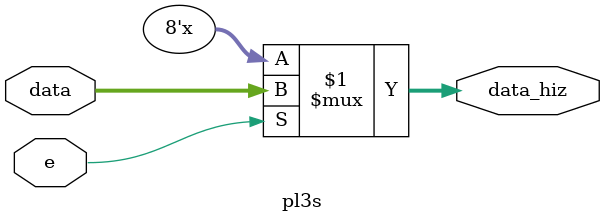
<source format=v>
module pl3s(
input [7:0] data,
input e,
output [7:0] data_hiz);
assign data_hiz= (e) ? data :8'bz;
endmodule
</source>
